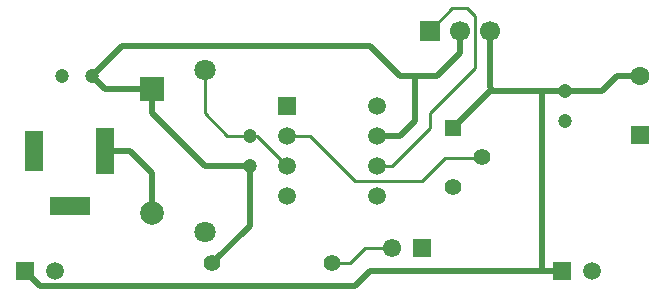
<source format=gtl>
G04*
G04 #@! TF.GenerationSoftware,Altium Limited,Altium Designer,21.7.2 (23)*
G04*
G04 Layer_Physical_Order=1*
G04 Layer_Color=255*
%FSLAX25Y25*%
%MOIN*%
G70*
G04*
G04 #@! TF.SameCoordinates,180E5C44-9E76-4653-9B57-8D6C411527BD*
G04*
G04*
G04 #@! TF.FilePolarity,Positive*
G04*
G01*
G75*
%ADD13C,0.01000*%
%ADD31C,0.05512*%
%ADD32R,0.05512X0.05512*%
%ADD33C,0.02000*%
%ADD34C,0.04724*%
%ADD35C,0.07874*%
%ADD36R,0.07874X0.07874*%
%ADD37R,0.05906X0.05906*%
%ADD38C,0.05906*%
%ADD39C,0.07087*%
%ADD40C,0.06693*%
%ADD41R,0.06693X0.06693*%
%ADD42C,0.06102*%
%ADD43R,0.06102X0.06102*%
%ADD44R,0.06299X0.06299*%
%ADD45C,0.06299*%
%ADD46R,0.13780X0.05906*%
%ADD47R,0.05906X0.13780*%
%ADD48R,0.05906X0.15748*%
D13*
X105000Y52500D02*
X115000Y42500D01*
X102500Y52500D02*
X105000D01*
X95000D02*
X102500D01*
X87500Y60000D02*
X95000Y52500D01*
X87500Y60000D02*
Y74616D01*
X141000Y15000D02*
X150000D01*
X130000Y10000D02*
X136000D01*
X141000Y15000D01*
X115000Y52500D02*
X122500D01*
X162500Y87500D02*
X170000Y95000D01*
X175000D01*
X177500Y92500D01*
Y75000D02*
Y92500D01*
X162500Y55000D02*
Y60000D01*
X177500Y75000D01*
X150000Y42500D02*
X162500Y55000D01*
X145000Y42500D02*
X150000D01*
X167500Y45000D02*
X179469D01*
X179842Y45374D01*
X137500Y37500D02*
X160000D01*
X167500Y45000D01*
X122500Y52500D02*
X137500Y37500D01*
D31*
X130000Y10000D02*
D03*
X90000D02*
D03*
X179842Y45374D02*
D03*
X170158Y35531D02*
D03*
D32*
Y55216D02*
D03*
D33*
X90000Y10000D02*
X102500Y22500D01*
Y42500D01*
X87500D02*
X102500D01*
X70000Y60000D02*
X87500Y42500D01*
X70000Y60000D02*
Y68090D01*
X54409D02*
X70000D01*
X50000Y72500D02*
X54409Y68090D01*
X70000Y26909D02*
Y40000D01*
X54311Y47500D02*
X62500D01*
X70000Y40000D01*
X200000Y67500D02*
X207500D01*
X183672D02*
X200000D01*
Y7500D02*
X206500D01*
X142500D02*
X200000D01*
Y67500D01*
X32500Y2500D02*
X137500D01*
X27500Y7500D02*
X32500Y2500D01*
X137500D02*
X142500Y7500D01*
X157500Y72500D02*
X165000D01*
X152500D02*
X157500D01*
Y57500D02*
Y72500D01*
X145000Y52500D02*
X152500D01*
X157500Y57500D01*
X182441Y67500D02*
X183672D01*
X170158Y55216D02*
X182441Y67500D01*
X182500Y68672D02*
X183672Y67500D01*
X182500Y68672D02*
Y87500D01*
X172500Y80000D02*
Y87500D01*
X165000Y72500D02*
X172500Y80000D01*
X142500Y82500D02*
X152500Y72500D01*
X60000Y82500D02*
X142500D01*
X50000Y72500D02*
X60000Y82500D01*
X225000Y72500D02*
X232343D01*
X232500Y72342D01*
X220000Y67500D02*
X225000Y72500D01*
X207500Y67500D02*
X220000D01*
D34*
X40000Y72500D02*
D03*
X50000D02*
D03*
X102500Y52500D02*
D03*
Y42500D02*
D03*
X207500Y67500D02*
D03*
Y57500D02*
D03*
D35*
X70000Y26909D02*
D03*
D36*
Y68090D02*
D03*
D37*
X27500Y7500D02*
D03*
X206500D02*
D03*
X115000Y62500D02*
D03*
D38*
X37500Y7500D02*
D03*
X216500D02*
D03*
X115000Y52500D02*
D03*
Y42500D02*
D03*
Y32500D02*
D03*
X145000Y62500D02*
D03*
Y52500D02*
D03*
Y42500D02*
D03*
Y32500D02*
D03*
D39*
X87500Y74616D02*
D03*
Y20384D02*
D03*
D40*
X182500Y87500D02*
D03*
X172500D02*
D03*
D41*
X162500D02*
D03*
D42*
X150000Y15000D02*
D03*
D43*
X160000D02*
D03*
D44*
X232500Y52658D02*
D03*
D45*
Y72342D02*
D03*
D46*
X42500Y28996D02*
D03*
D47*
X30689Y47500D02*
D03*
D48*
X54311D02*
D03*
M02*

</source>
